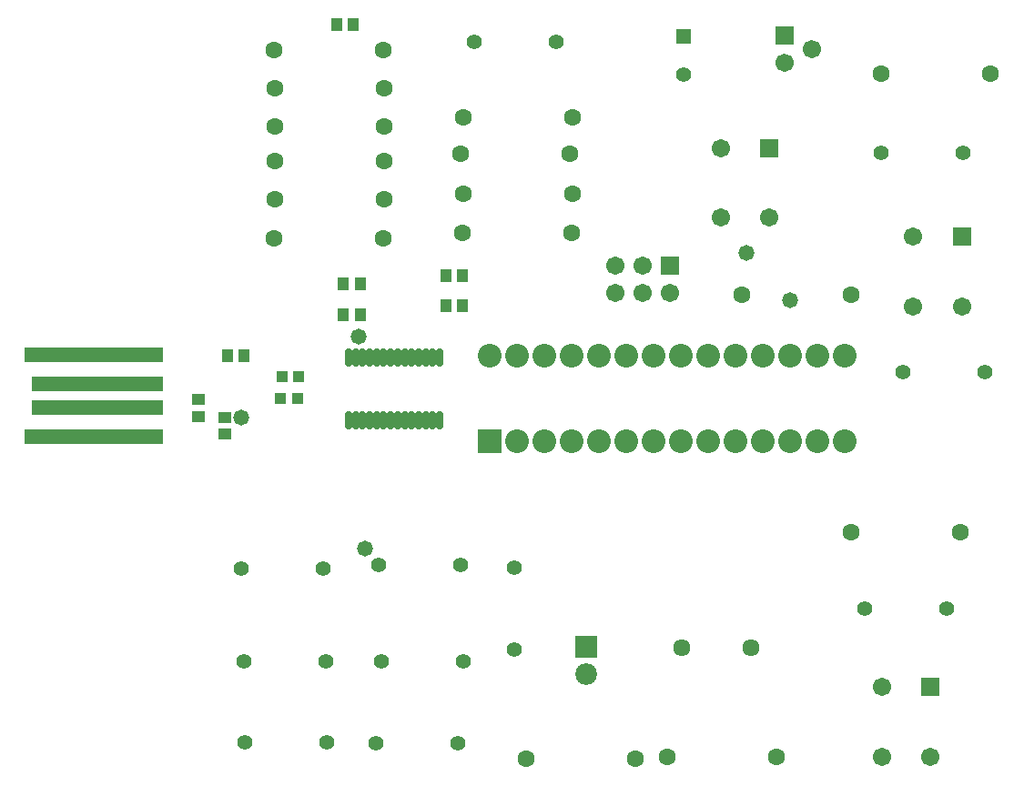
<source format=gts>
G04*
G04 #@! TF.GenerationSoftware,Altium Limited,Altium Designer,24.10.1 (45)*
G04*
G04 Layer_Color=8388736*
%FSLAX44Y44*%
%MOMM*%
G71*
G04*
G04 #@! TF.SameCoordinates,03EB8B32-1028-4CD5-B254-22B402A092A0*
G04*
G04*
G04 #@! TF.FilePolarity,Negative*
G04*
G01*
G75*
%ADD22R,1.1232X1.1832*%
%ADD23R,1.1832X1.1232*%
%ADD24R,1.0732X1.1332*%
G04:AMPARAMS|DCode=25|XSize=1.7032mm|YSize=0.6132mm|CornerRadius=0.1529mm|HoleSize=0mm|Usage=FLASHONLY|Rotation=270.000|XOffset=0mm|YOffset=0mm|HoleType=Round|Shape=RoundedRectangle|*
%AMROUNDEDRECTD25*
21,1,1.7032,0.3075,0,0,270.0*
21,1,1.3975,0.6132,0,0,270.0*
1,1,0.3057,-0.1538,-0.6988*
1,1,0.3057,-0.1538,0.6988*
1,1,0.3057,0.1538,0.6988*
1,1,0.3057,0.1538,-0.6988*
%
%ADD25ROUNDEDRECTD25*%
%ADD26R,12.2682X1.4732*%
%ADD27R,12.9032X1.4732*%
%ADD28C,1.7112*%
%ADD29R,1.7112X1.7112*%
%ADD30C,1.4032*%
%ADD31C,1.6032*%
%ADD32C,1.7032*%
%ADD33R,1.7032X1.7032*%
%ADD34R,1.4032X1.4032*%
%ADD35C,2.0182*%
%ADD36R,2.0182X2.0182*%
%ADD37C,1.6112*%
%ADD38R,1.7018X1.7018*%
%ADD39C,1.7018*%
%ADD40R,2.2032X2.2032*%
%ADD41C,2.2032*%
%ADD42C,1.4732*%
D22*
X504320Y716280D02*
D03*
X488820D02*
D03*
X590420Y1024890D02*
D03*
X605920D02*
D03*
X612400Y754380D02*
D03*
X596900D02*
D03*
X691890Y763270D02*
D03*
X707390D02*
D03*
X596770Y783590D02*
D03*
X612270D02*
D03*
X707650Y791210D02*
D03*
X692150D02*
D03*
D23*
X486410Y659260D02*
D03*
Y643760D02*
D03*
X462280Y660140D02*
D03*
Y675640D02*
D03*
D24*
X555170Y697230D02*
D03*
X539570D02*
D03*
X554080Y676910D02*
D03*
X538480D02*
D03*
D25*
X686140Y656950D02*
D03*
X679640D02*
D03*
X673140D02*
D03*
X666640D02*
D03*
X660140D02*
D03*
X653640D02*
D03*
X647140D02*
D03*
X640640D02*
D03*
X634140D02*
D03*
X627640D02*
D03*
X621140D02*
D03*
X614640D02*
D03*
X608140D02*
D03*
X601640D02*
D03*
Y714650D02*
D03*
X608140D02*
D03*
X614640D02*
D03*
X621140D02*
D03*
X627640D02*
D03*
X634140D02*
D03*
X640640D02*
D03*
X647140D02*
D03*
X653640D02*
D03*
X660140D02*
D03*
X666640D02*
D03*
X673140D02*
D03*
X679640D02*
D03*
X686140D02*
D03*
D26*
X367665Y668655D02*
D03*
Y690245D02*
D03*
D27*
X364490Y717550D02*
D03*
Y641350D02*
D03*
D28*
X1097640Y343420D02*
D03*
Y408420D02*
D03*
X1142640Y343420D02*
D03*
X1126850Y762520D02*
D03*
Y827520D02*
D03*
X1171850Y762520D02*
D03*
X947780Y845070D02*
D03*
Y910070D02*
D03*
X992780Y845070D02*
D03*
D29*
X1142640Y408420D02*
D03*
X1171850Y827520D02*
D03*
X992780Y910070D02*
D03*
D30*
X1082040Y481330D02*
D03*
X1158240D02*
D03*
X1097280Y905120D02*
D03*
X1173480D02*
D03*
X1193800Y701040D02*
D03*
X1117600D02*
D03*
X718820Y1008380D02*
D03*
X795020D02*
D03*
X581660Y356870D02*
D03*
X505460D02*
D03*
X703580Y355600D02*
D03*
X627380D02*
D03*
X577850Y518160D02*
D03*
X501650D02*
D03*
X706120Y521970D02*
D03*
X629920D02*
D03*
X632460Y431800D02*
D03*
X708660D02*
D03*
X755650Y519430D02*
D03*
Y443230D02*
D03*
X913130Y978460D02*
D03*
X580390Y431800D02*
D03*
X504190D02*
D03*
D31*
X1069340Y552450D02*
D03*
X1170940D02*
D03*
X1097280Y978780D02*
D03*
X1198880D02*
D03*
X967740Y773430D02*
D03*
X1069340D02*
D03*
X999490Y342900D02*
D03*
X897890D02*
D03*
X810260Y867410D02*
D03*
X708660D02*
D03*
X868680Y341630D02*
D03*
X767080D02*
D03*
X707390Y830580D02*
D03*
X808990D02*
D03*
X532130Y825500D02*
D03*
X633730D02*
D03*
X533400Y862330D02*
D03*
X635000D02*
D03*
X533400Y929640D02*
D03*
X635000D02*
D03*
X533400Y965200D02*
D03*
X635000D02*
D03*
X532130Y1000760D02*
D03*
X633730D02*
D03*
X807720Y904240D02*
D03*
X706120D02*
D03*
X708660Y938530D02*
D03*
X810260D02*
D03*
X635000Y897890D02*
D03*
X533400D02*
D03*
D32*
X849630Y774700D02*
D03*
Y800100D02*
D03*
X875030Y774700D02*
D03*
Y800100D02*
D03*
X900430Y774700D02*
D03*
D33*
Y800100D02*
D03*
D34*
X913130Y1013460D02*
D03*
D35*
X822960Y420370D02*
D03*
D36*
Y445770D02*
D03*
D37*
X976110Y444500D02*
D03*
X911110D02*
D03*
D38*
X1007110Y1014730D02*
D03*
D39*
X1032510Y1002030D02*
D03*
X1007110Y989330D02*
D03*
D40*
X732790Y637310D02*
D03*
D41*
X758190D02*
D03*
X885190D02*
D03*
X910590D02*
D03*
X783590D02*
D03*
X808990D02*
D03*
X859790D02*
D03*
X834390D02*
D03*
X935990D02*
D03*
X961390D02*
D03*
X986790D02*
D03*
X1012190D02*
D03*
X1037590D02*
D03*
X1062990D02*
D03*
Y716510D02*
D03*
X1037590D02*
D03*
X1012190D02*
D03*
X986790D02*
D03*
X961390D02*
D03*
X935990D02*
D03*
X910590D02*
D03*
X885190D02*
D03*
X859790D02*
D03*
X834390D02*
D03*
X808990D02*
D03*
X783590D02*
D03*
X758190D02*
D03*
X732790D02*
D03*
D42*
X501650Y659260D02*
D03*
X1012190Y768350D02*
D03*
X610870Y734060D02*
D03*
X616966Y537464D02*
D03*
X971296Y812292D02*
D03*
M02*

</source>
